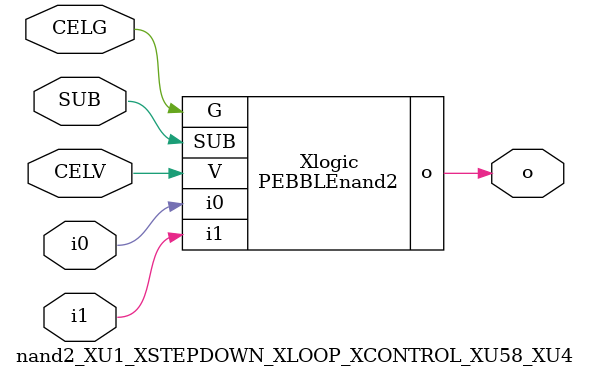
<source format=v>



module PEBBLEnand2 ( o, G, SUB, V, i0, i1 );

  input i0;
  input V;
  input i1;
  input G;
  output o;
  input SUB;
endmodule

//Celera Confidential Do Not Copy nand2_XU1_XSTEPDOWN_XLOOP_XCONTROL_XU58_XU4
//Celera Confidential Symbol Generator
//5V NAND2
module nand2_XU1_XSTEPDOWN_XLOOP_XCONTROL_XU58_XU4 (CELV,CELG,i0,i1,o,SUB);
input CELV;
input CELG;
input i0;
input i1;
input SUB;
output o;

//Celera Confidential Do Not Copy nand2
PEBBLEnand2 Xlogic(
.V (CELV),
.i0 (i0),
.i1 (i1),
.o (o),
.SUB (SUB),
.G (CELG)
);
//,diesize,PEBBLEnand2

//Celera Confidential Do Not Copy Module End
//Celera Schematic Generator
endmodule

</source>
